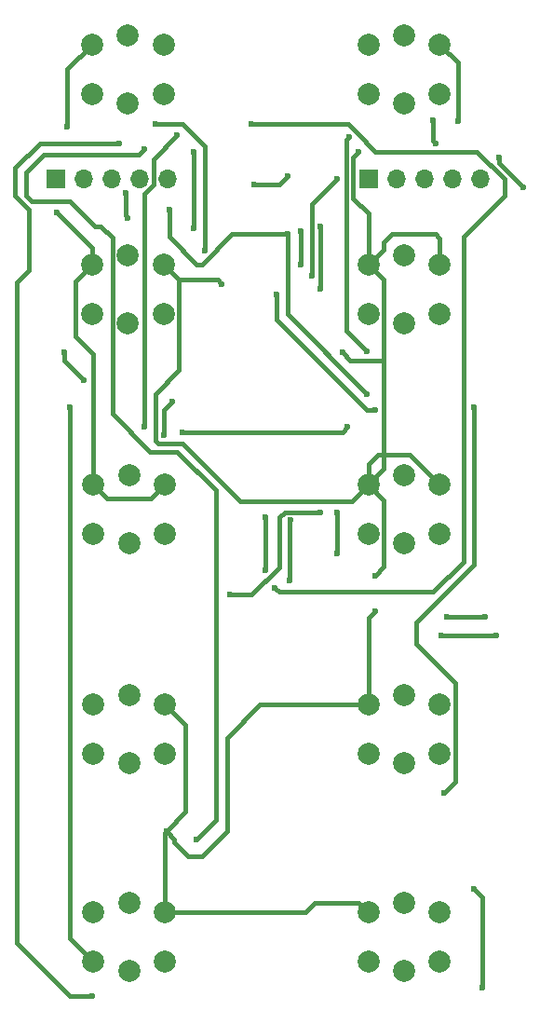
<source format=gbr>
%TF.GenerationSoftware,KiCad,Pcbnew,8.0.2*%
%TF.CreationDate,2024-08-19T17:56:01+02:00*%
%TF.ProjectId,Deck-Btns,4465636b-2d42-4746-9e73-2e6b69636164,rev?*%
%TF.SameCoordinates,Original*%
%TF.FileFunction,Copper,L1,Top*%
%TF.FilePolarity,Positive*%
%FSLAX46Y46*%
G04 Gerber Fmt 4.6, Leading zero omitted, Abs format (unit mm)*
G04 Created by KiCad (PCBNEW 8.0.2) date 2024-08-19 17:56:01*
%MOMM*%
%LPD*%
G01*
G04 APERTURE LIST*
%TA.AperFunction,ComponentPad*%
%ADD10C,2.000000*%
%TD*%
%TA.AperFunction,ComponentPad*%
%ADD11R,1.700000X1.700000*%
%TD*%
%TA.AperFunction,ComponentPad*%
%ADD12O,1.700000X1.700000*%
%TD*%
%TA.AperFunction,ViaPad*%
%ADD13C,0.600000*%
%TD*%
%TA.AperFunction,Conductor*%
%ADD14C,0.406400*%
%TD*%
G04 APERTURE END LIST*
D10*
%TO.P,SW10,1,1*%
%TO.N,GND*%
X104371320Y-121628680D03*
X110871320Y-121628680D03*
%TO.P,SW10,2,2*%
%TO.N,DECK-SW10*%
X104371320Y-126128680D03*
X110871320Y-126128680D03*
%TO.P,SW10,3,K*%
%TO.N,Net-(SW10-K)*%
X107621320Y-120778680D03*
%TO.P,SW10,4,A*%
%TO.N,DECK-LED-10*%
X107621320Y-126978680D03*
%TD*%
%TO.P,SW9,1,1*%
%TO.N,GND*%
X104371320Y-102750000D03*
X110871320Y-102750000D03*
%TO.P,SW9,2,2*%
%TO.N,DECK-SW9*%
X104371320Y-107250000D03*
X110871320Y-107250000D03*
%TO.P,SW9,3,K*%
%TO.N,Net-(SW9-K)*%
X107621320Y-101900000D03*
%TO.P,SW9,4,A*%
%TO.N,DECK-LED-9*%
X107621320Y-108100000D03*
%TD*%
%TO.P,SW8,1,1*%
%TO.N,GND*%
X104371320Y-82750000D03*
X110871320Y-82750000D03*
%TO.P,SW8,2,2*%
%TO.N,DECK-SW8*%
X104371320Y-87250000D03*
X110871320Y-87250000D03*
%TO.P,SW8,3,K*%
%TO.N,Net-(SW8-K)*%
X107621320Y-81900000D03*
%TO.P,SW8,4,A*%
%TO.N,DECK-LED-8*%
X107621320Y-88100000D03*
%TD*%
%TO.P,SW7,1,1*%
%TO.N,GND*%
X104371320Y-62750000D03*
X110871320Y-62750000D03*
%TO.P,SW7,2,2*%
%TO.N,DECK-SW7*%
X104371320Y-67250000D03*
X110871320Y-67250000D03*
%TO.P,SW7,3,K*%
%TO.N,Net-(SW7-K)*%
X107621320Y-61900000D03*
%TO.P,SW7,4,A*%
%TO.N,DECK-LED-7*%
X107621320Y-68100000D03*
%TD*%
%TO.P,SW6,1,1*%
%TO.N,GND*%
X104371320Y-42750000D03*
X110871320Y-42750000D03*
%TO.P,SW6,2,2*%
%TO.N,DECK-SW6*%
X104371320Y-47250000D03*
X110871320Y-47250000D03*
%TO.P,SW6,3,K*%
%TO.N,Net-(SW6-K)*%
X107621320Y-41900000D03*
%TO.P,SW6,4,A*%
%TO.N,DECK-LED-6*%
X107621320Y-48100000D03*
%TD*%
%TO.P,SW5,1,1*%
%TO.N,GND*%
X79371320Y-121628680D03*
X85871320Y-121628680D03*
%TO.P,SW5,2,2*%
%TO.N,DECK-SW5*%
X79371320Y-126128680D03*
X85871320Y-126128680D03*
%TO.P,SW5,3,K*%
%TO.N,Net-(SW5-K)*%
X82621320Y-120778680D03*
%TO.P,SW5,4,A*%
%TO.N,DECK-LED-5*%
X82621320Y-126978680D03*
%TD*%
%TO.P,SW4,1,1*%
%TO.N,GND*%
X79371320Y-102750000D03*
X85871320Y-102750000D03*
%TO.P,SW4,2,2*%
%TO.N,DECK-SW4*%
X79371320Y-107250000D03*
X85871320Y-107250000D03*
%TO.P,SW4,3,K*%
%TO.N,Net-(SW4-K)*%
X82621320Y-101900000D03*
%TO.P,SW4,4,A*%
%TO.N,DECK-LED-4*%
X82621320Y-108100000D03*
%TD*%
%TO.P,SW3,1,1*%
%TO.N,GND*%
X79371320Y-82750000D03*
X85871320Y-82750000D03*
%TO.P,SW3,2,2*%
%TO.N,DECK-SW3*%
X79371320Y-87250000D03*
X85871320Y-87250000D03*
%TO.P,SW3,3,K*%
%TO.N,Net-(SW3-K)*%
X82621320Y-81900000D03*
%TO.P,SW3,4,A*%
%TO.N,DECK-LED-3*%
X82621320Y-88100000D03*
%TD*%
%TO.P,SW2,1,1*%
%TO.N,GND*%
X79250000Y-62750000D03*
X85750000Y-62750000D03*
%TO.P,SW2,2,2*%
%TO.N,DECK-SW2*%
X79250000Y-67250000D03*
X85750000Y-67250000D03*
%TO.P,SW2,3,K*%
%TO.N,Net-(SW2-K)*%
X82500000Y-61900000D03*
%TO.P,SW2,4,A*%
%TO.N,DECK-LED-2*%
X82500000Y-68100000D03*
%TD*%
%TO.P,SW1,1,1*%
%TO.N,GND*%
X79250000Y-42750000D03*
X85750000Y-42750000D03*
%TO.P,SW1,2,2*%
%TO.N,DECK-SW1*%
X79250000Y-47250000D03*
X85750000Y-47250000D03*
%TO.P,SW1,3,K*%
%TO.N,Net-(SW1-K)*%
X82500000Y-41900000D03*
%TO.P,SW1,4,A*%
%TO.N,DECK-LED-1*%
X82500000Y-48100000D03*
%TD*%
D11*
%TO.P,J2,1,Pin_1*%
%TO.N,MPLEX-DECK*%
X104425000Y-55000000D03*
D12*
%TO.P,J2,2,Pin_2*%
%TO.N,MPLEX-S0*%
X106965000Y-55000000D03*
%TO.P,J2,3,Pin_3*%
%TO.N,MPLEX-S1*%
X109505000Y-55000000D03*
%TO.P,J2,4,Pin_4*%
%TO.N,MPLEX-S2*%
X112045000Y-55000000D03*
%TO.P,J2,5,Pin_5*%
%TO.N,MPLEX-S3*%
X114585000Y-55000000D03*
%TD*%
D11*
%TO.P,J1,1,Pin_1*%
%TO.N,GND*%
X75925000Y-55000000D03*
D12*
%TO.P,J1,2,Pin_2*%
%TO.N,+5V*%
X78465000Y-55000000D03*
%TO.P,J1,3,Pin_3*%
%TO.N,DECK-LED-SIG*%
X81005000Y-55000000D03*
%TO.P,J1,4,Pin_4*%
%TO.N,SRCLK*%
X83545000Y-55000000D03*
%TO.P,J1,5,Pin_5*%
%TO.N,DECK-LED-LATCH*%
X86085000Y-55000000D03*
%TD*%
D13*
%TO.N,DECK-SW2*%
X76750000Y-70750000D03*
X78500000Y-73250000D03*
%TO.N,GND*%
X77000000Y-50250000D03*
X91000000Y-64500000D03*
X94000000Y-55500000D03*
X97000000Y-54750000D03*
%TO.N,+5V*%
X114000000Y-119500000D03*
X114750000Y-128500000D03*
%TO.N,GND*%
X103500000Y-52525000D03*
X112500000Y-49750000D03*
%TO.N,Net-(U2-QH')*%
X96000000Y-65500000D03*
X105000000Y-76000000D03*
X114000000Y-75750000D03*
X111250000Y-110750000D03*
X100000000Y-59250000D03*
X100000000Y-65000000D03*
%TO.N,GND*%
X86000000Y-114250000D03*
X105000000Y-91000000D03*
X105000000Y-94250000D03*
%TO.N,+5V*%
X100000000Y-85250000D03*
X91750000Y-92750000D03*
X86250000Y-57774999D03*
X104250000Y-74500000D03*
X97000000Y-60000000D03*
%TO.N,DECK-LED-5*%
X79250000Y-129250000D03*
X81750000Y-51750000D03*
%TO.N,DECK-LED-4*%
X93750000Y-50000000D03*
X95875000Y-92125000D03*
%TO.N,DECK-LED-8*%
X118500000Y-55750000D03*
X110500000Y-51746800D03*
X110250000Y-49630800D03*
X116250000Y-53000000D03*
X111500000Y-94750000D03*
X115000000Y-94750000D03*
%TO.N,GND*%
X102000000Y-70750000D03*
X76000000Y-58000000D03*
%TO.N,DECK-LED-LATCH*%
X84000000Y-52250000D03*
X88750000Y-115000000D03*
%TO.N,DECK-SW10*%
X95000000Y-85750000D03*
X95000000Y-90500000D03*
X111000000Y-96500000D03*
X116000000Y-96500000D03*
%TO.N,DECK-SW9*%
X97282593Y-86003200D03*
X97250000Y-91500000D03*
%TO.N,DECK-SW7*%
X101500000Y-85250000D03*
X101500000Y-89000000D03*
%TO.N,DECK-LED-7*%
X104253200Y-70663158D03*
X102610029Y-51162200D03*
%TO.N,DECK-SW6*%
X102500000Y-77500000D03*
X87500000Y-78000000D03*
%TO.N,DECK-SW4*%
X86500000Y-75250000D03*
X85750000Y-78250000D03*
%TO.N,DECK-SW5*%
X77250000Y-75750000D03*
%TO.N,MPLEX-DECK*%
X99250000Y-63750000D03*
X101500000Y-55000000D03*
%TO.N,MPLEX-S0*%
X98250000Y-62750000D03*
X98250000Y-59750000D03*
%TO.N,DECK-SW1*%
X89500000Y-61500000D03*
X85000000Y-50000000D03*
%TO.N,SRCLK*%
X82500000Y-58500000D03*
X82272500Y-56272500D03*
%TO.N,DECK-LED-3*%
X87000000Y-51000000D03*
X84000000Y-77500000D03*
%TO.N,DECK-LED-2*%
X88500000Y-52500000D03*
X88500000Y-59500000D03*
%TD*%
D14*
%TO.N,GND*%
X105750000Y-60750000D02*
X106500000Y-60000000D01*
X110500000Y-60000000D02*
X106500000Y-60000000D01*
X105750000Y-61371320D02*
X105750000Y-60750000D01*
X104371320Y-62750000D02*
X105750000Y-61371320D01*
X104371320Y-62750000D02*
X105777720Y-64156400D01*
%TO.N,DECK-SW2*%
X76750000Y-71500000D02*
X78500000Y-73250000D01*
X76750000Y-70750000D02*
X76750000Y-71500000D01*
%TO.N,GND*%
X77750000Y-64250000D02*
X79250000Y-62750000D01*
X77750000Y-69250000D02*
X77750000Y-64250000D01*
X79371320Y-70871320D02*
X77750000Y-69250000D01*
X79371320Y-82750000D02*
X79371320Y-70871320D01*
X80621320Y-84000000D02*
X79371320Y-82750000D01*
X84621320Y-84000000D02*
X80621320Y-84000000D01*
X85871320Y-82750000D02*
X84621320Y-84000000D01*
X77000000Y-45000000D02*
X79250000Y-42750000D01*
X77000000Y-50250000D02*
X77000000Y-45000000D01*
X104371320Y-62750000D02*
X104371320Y-58121320D01*
X105777720Y-64156400D02*
X105777720Y-71500000D01*
X90656400Y-64156400D02*
X87156400Y-64156400D01*
X91000000Y-64500000D02*
X90656400Y-64156400D01*
%TO.N,DECK-LED-5*%
X77250000Y-129250000D02*
X79250000Y-129250000D01*
X72418120Y-64331880D02*
X72418120Y-124418120D01*
X72418120Y-124418120D02*
X77250000Y-129250000D01*
X73500000Y-63250000D02*
X72418120Y-64331880D01*
X73500000Y-57750000D02*
X73500000Y-63250000D01*
X72250000Y-56500000D02*
X73500000Y-57750000D01*
X72250000Y-54000000D02*
X72250000Y-56500000D01*
X81750000Y-51750000D02*
X74500000Y-51750000D01*
X74500000Y-51750000D02*
X72250000Y-54000000D01*
%TO.N,GND*%
X94000000Y-55500000D02*
X96250000Y-55500000D01*
X96250000Y-55500000D02*
X97000000Y-54750000D01*
%TO.N,+5V*%
X114750000Y-120250000D02*
X114000000Y-119500000D01*
X114750000Y-128500000D02*
X114750000Y-120250000D01*
%TO.N,GND*%
X103000000Y-53025000D02*
X103500000Y-52525000D01*
X103000000Y-56750000D02*
X103000000Y-53025000D01*
X104371320Y-58121320D02*
X103000000Y-56750000D01*
%TO.N,DECK-LED-7*%
X102390400Y-51381829D02*
X102610029Y-51162200D01*
X102390400Y-68800358D02*
X102390400Y-51381829D01*
X104253200Y-70663158D02*
X102390400Y-68800358D01*
%TO.N,GND*%
X112500000Y-44378680D02*
X110871320Y-42750000D01*
%TO.N,DECK-LED-8*%
X110500000Y-51746800D02*
X110250000Y-51496800D01*
%TO.N,GND*%
X112500000Y-49750000D02*
X112500000Y-44378680D01*
%TO.N,DECK-LED-4*%
X102513015Y-50000000D02*
X93750000Y-50000000D01*
X103363229Y-50850214D02*
X102513015Y-50000000D01*
X116750000Y-55000000D02*
X114250000Y-52500000D01*
X116750000Y-56500000D02*
X116750000Y-55000000D01*
X113000000Y-89750000D02*
X113000000Y-60250000D01*
X113000000Y-60250000D02*
X116750000Y-56500000D01*
X110250000Y-92500000D02*
X113000000Y-89750000D01*
%TO.N,DECK-LED-8*%
X110250000Y-51496800D02*
X110250000Y-49630800D01*
%TO.N,DECK-LED-4*%
X96250000Y-92500000D02*
X110250000Y-92500000D01*
X95875000Y-92125000D02*
X96250000Y-92500000D01*
X105000000Y-52500000D02*
X103363229Y-50863229D01*
X103363229Y-50863229D02*
X103363229Y-50850214D01*
X114250000Y-52500000D02*
X105000000Y-52500000D01*
%TO.N,Net-(U2-QH')*%
X100000000Y-65000000D02*
X100000000Y-59250000D01*
X96000000Y-67750000D02*
X96000000Y-65500000D01*
X105000000Y-76000000D02*
X104250000Y-76000000D01*
X104250000Y-76000000D02*
X98500000Y-70250000D01*
X113250000Y-90750000D02*
X114000000Y-90000000D01*
X108750000Y-95750000D02*
X108750000Y-95250000D01*
X114000000Y-90000000D02*
X114000000Y-75750000D01*
X108750000Y-95250000D02*
X113250000Y-90750000D01*
X110250000Y-98750000D02*
X108750000Y-97250000D01*
X108750000Y-97250000D02*
X108750000Y-95750000D01*
X111250000Y-110750000D02*
X112277720Y-109722280D01*
X98500000Y-70250000D02*
X96000000Y-67750000D01*
X112277720Y-109722280D02*
X112277720Y-100777720D01*
X112277720Y-100777720D02*
X110250000Y-98750000D01*
%TO.N,GND*%
X86000000Y-114250000D02*
X86750000Y-115000000D01*
X86750000Y-115000000D02*
X86750000Y-115250000D01*
X91500000Y-114250000D02*
X89250000Y-116500000D01*
X91500000Y-105750000D02*
X91500000Y-114250000D01*
X94500000Y-102750000D02*
X91500000Y-105750000D01*
X89250000Y-116500000D02*
X88000000Y-116500000D01*
X104371320Y-102750000D02*
X94500000Y-102750000D01*
X88000000Y-116500000D02*
X86750000Y-115250000D01*
X87750000Y-112500000D02*
X86000000Y-114250000D01*
X87750000Y-104628680D02*
X87750000Y-112500000D01*
X85871320Y-102750000D02*
X87750000Y-104628680D01*
X85871320Y-114378680D02*
X85871320Y-121628680D01*
X86000000Y-114250000D02*
X85871320Y-114378680D01*
X105777720Y-84156400D02*
X104371320Y-82750000D01*
X105000000Y-91000000D02*
X105777720Y-90222280D01*
X105777720Y-90222280D02*
X105777720Y-84156400D01*
X104371320Y-94878680D02*
X105000000Y-94250000D01*
X104371320Y-102750000D02*
X104371320Y-94878680D01*
%TO.N,+5V*%
X96750000Y-85250000D02*
X100000000Y-85250000D01*
X96250000Y-85750000D02*
X96750000Y-85250000D01*
%TO.N,DECK-SW9*%
X97250000Y-86035793D02*
X97282593Y-86003200D01*
X97250000Y-91500000D02*
X97250000Y-86035793D01*
%TO.N,+5V*%
X96250000Y-90250000D02*
X96250000Y-85750000D01*
X93750000Y-92750000D02*
X96250000Y-90250000D01*
X91750000Y-92750000D02*
X93750000Y-92750000D01*
X86250000Y-60250000D02*
X86250000Y-57774999D01*
X88750000Y-62750000D02*
X86250000Y-60250000D01*
X92000000Y-60000000D02*
X89250000Y-62750000D01*
X89250000Y-62750000D02*
X88750000Y-62750000D01*
X97000000Y-60000000D02*
X92000000Y-60000000D01*
X97000000Y-67250000D02*
X104250000Y-74500000D01*
X97000000Y-60000000D02*
X97000000Y-67250000D01*
%TO.N,GND*%
X99500000Y-120750000D02*
X103492640Y-120750000D01*
X98621320Y-121628680D02*
X99500000Y-120750000D01*
X85871320Y-121628680D02*
X98621320Y-121628680D01*
X103492640Y-120750000D02*
X104371320Y-121628680D01*
%TO.N,DECK-LED-LATCH*%
X83500000Y-52750000D02*
X84000000Y-52250000D01*
X74862104Y-52750000D02*
X83500000Y-52750000D01*
X73250000Y-54362104D02*
X74862104Y-52750000D01*
X73250000Y-56500000D02*
X73250000Y-54362104D01*
X73750000Y-57000000D02*
X73250000Y-56500000D01*
X77250000Y-57000000D02*
X73750000Y-57000000D01*
X79500000Y-59250000D02*
X77250000Y-57000000D01*
X80000000Y-59250000D02*
X79500000Y-59250000D01*
X81093600Y-76343600D02*
X81093600Y-60343600D01*
X84500000Y-79750000D02*
X81093600Y-76343600D01*
X81093600Y-60343600D02*
X80000000Y-59250000D01*
X87000000Y-79750000D02*
X84500000Y-79750000D01*
X90500000Y-83250000D02*
X87000000Y-79750000D01*
X90500000Y-113250000D02*
X90500000Y-83250000D01*
X88750000Y-115000000D02*
X90500000Y-113250000D01*
%TO.N,DECK-LED-8*%
X116250000Y-53500000D02*
X118500000Y-55750000D01*
X115000000Y-94750000D02*
X111500000Y-94750000D01*
X116250000Y-53000000D02*
X116250000Y-53500000D01*
%TO.N,GND*%
X102750000Y-71500000D02*
X105777720Y-71500000D01*
X102000000Y-70750000D02*
X102750000Y-71500000D01*
X105777720Y-71500000D02*
X105777720Y-81343600D01*
X105777720Y-81343600D02*
X104371320Y-82750000D01*
X108121320Y-80000000D02*
X110871320Y-82750000D01*
X105250000Y-80000000D02*
X108121320Y-80000000D01*
X104371320Y-80878680D02*
X105250000Y-80000000D01*
X104371320Y-82750000D02*
X104371320Y-80878680D01*
X102871320Y-84250000D02*
X104371320Y-82750000D01*
X92750000Y-84250000D02*
X102871320Y-84250000D01*
X85250000Y-79000000D02*
X87500000Y-79000000D01*
X87500000Y-79000000D02*
X92750000Y-84250000D01*
X85000000Y-78750000D02*
X85250000Y-79000000D01*
X87156400Y-72343600D02*
X85000000Y-74500000D01*
X85000000Y-74500000D02*
X85000000Y-78750000D01*
X87156400Y-64156400D02*
X87156400Y-72343600D01*
X85750000Y-62750000D02*
X87156400Y-64156400D01*
X79250000Y-61250000D02*
X76000000Y-58000000D01*
X79250000Y-62750000D02*
X79250000Y-61250000D01*
X110871320Y-60371320D02*
X110500000Y-60000000D01*
X110871320Y-62750000D02*
X110871320Y-60371320D01*
%TO.N,DECK-SW10*%
X95000000Y-90500000D02*
X95000000Y-85750000D01*
X116000000Y-96500000D02*
X111000000Y-96500000D01*
%TO.N,DECK-SW7*%
X101500000Y-89000000D02*
X101500000Y-85250000D01*
%TO.N,DECK-SW6*%
X87500000Y-78000000D02*
X102000000Y-78000000D01*
X102000000Y-78000000D02*
X102500000Y-77500000D01*
%TO.N,DECK-SW4*%
X85750000Y-76000000D02*
X86500000Y-75250000D01*
X85750000Y-78250000D02*
X85750000Y-76000000D01*
%TO.N,DECK-SW5*%
X77250000Y-75750000D02*
X77250000Y-124007360D01*
X77250000Y-124007360D02*
X79371320Y-126128680D01*
%TO.N,MPLEX-DECK*%
X99250000Y-59500000D02*
X99250000Y-63250000D01*
X99250000Y-63250000D02*
X99250000Y-63750000D01*
X99250000Y-57250000D02*
X99250000Y-59500000D01*
X101500000Y-55000000D02*
X99250000Y-57250000D01*
%TO.N,MPLEX-S0*%
X98250000Y-59750000D02*
X98250000Y-62750000D01*
%TO.N,DECK-SW1*%
X87500000Y-50000000D02*
X89500000Y-52000000D01*
X89500000Y-52000000D02*
X89500000Y-61500000D01*
X85000000Y-50000000D02*
X87500000Y-50000000D01*
%TO.N,SRCLK*%
X82272500Y-58272500D02*
X82500000Y-58500000D01*
X82272500Y-56272500D02*
X82272500Y-58272500D01*
%TO.N,DECK-LED-3*%
X84828600Y-53171400D02*
X87000000Y-51000000D01*
X84000000Y-77500000D02*
X84000000Y-56349018D01*
X84828600Y-55520418D02*
X84828600Y-53171400D01*
X84000000Y-56349018D02*
X84828600Y-55520418D01*
%TO.N,DECK-LED-2*%
X88500000Y-59500000D02*
X88500000Y-52500000D01*
%TD*%
M02*

</source>
